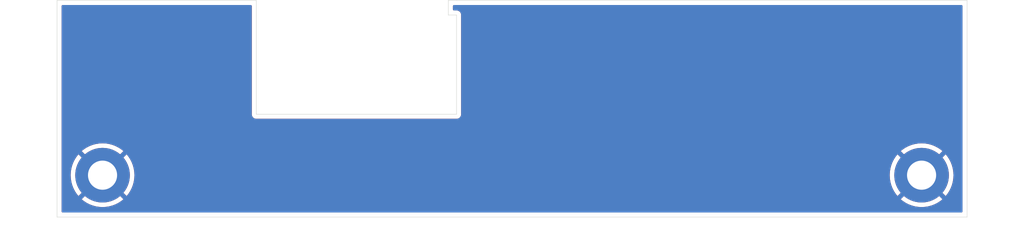
<source format=kicad_pcb>
(kicad_pcb (version 20240108) (generator "pcbnew") (generator_version "8.0")
  (layers (0 "F.Cu" signal) (31 "B.Cu" signal) (34 "B.Paste" user) (35 "F.Paste" user) (36 "B.SilkS" user "B.Silkscreen") (37 "F.SilkS" user "F.Silkscreen") (38 "B.Mask" user) (39 "F.Mask" user) (44 "Edge.Cuts" user))
  (net 0 "")
  (net 1 "GND")
  (footprint "PCM_SL_Mechanical:MountingHole_3.2mm_Pad" (layer "F.Cu") (at 88.9 77.4)
    (property "Reference" "H1" (hide yes))
    (property "Value" "MountingHole_M3_3.2mm_Pad")
    (pad "1" thru_hole circle (at 0 0) (size 6 6) (drill 3.2) (layers "*.Cu" "*.Mask") (net 1 "GND"))
  )
  (footprint "PCM_SL_Mechanical:MountingHole_3.2mm_Pad" (layer "F.Cu") (at 178.9 77.4)
    (property "Reference" "H2" (hide yes))
    (property "Value" "MountingHole_M3_3.2mm_Pad")
    (pad "1" thru_hole circle (at 0 0) (size 6 6) (drill 3.2) (layers "*.Cu" "*.Mask") (net 1 "GND"))
  )
  (gr_line (start 83.9 58.2) (end 105.8 58.2) (stroke (width 0.05)) (layer "Edge.Cuts"))
  (gr_line (start 127.8 70.7) (end 127.8 59.8) (stroke (width 0.05)) (layer "Edge.Cuts"))
  (gr_line (start 127.8 58.2) (end 126.9 58.2) (stroke (width 0.05)) (layer "Edge.Cuts"))
  (gr_line (start 183.9 58.2) (end 183.9 82) (stroke (width 0.05)) (layer "Edge.Cuts"))
  (gr_line (start 105.8 58.2) (end 105.8 70.7) (stroke (width 0.05)) (layer "Edge.Cuts"))
  (gr_line (start 127.8 58.2) (end 183.9 58.2) (stroke (width 0.05)) (layer "Edge.Cuts"))
  (gr_line (start 183.9 82) (end 83.9 82) (stroke (width 0.05)) (layer "Edge.Cuts"))
  (gr_line (start 126.9 58.2) (end 126.9 59.8) (stroke (width 0.05)) (layer "Edge.Cuts"))
  (gr_line (start 126.9 59.8) (end 127.8 59.8) (stroke (width 0.05)) (layer "Edge.Cuts"))
  (gr_line (start 105.8 70.7) (end 127.8 70.7) (stroke (width 0.05)) (layer "Edge.Cuts"))
  (gr_line (start 83.9 82) (end 83.9 58.2) (stroke (width 0.05)) (layer "Edge.Cuts"))
  (zone (net 1) (net_name "GND") (layers "F&B.Cu") (connect_pads (clearance 0.5)) (min_thickness 0.25) (fill yes (thermal_gap 0.5) (thermal_bridge_width 0.5))
    (polygon (pts (xy 183.9 58.2) (xy 83.9 58.2) (xy 83.9 82) (xy 183.9 82)))
  )
)
</source>
